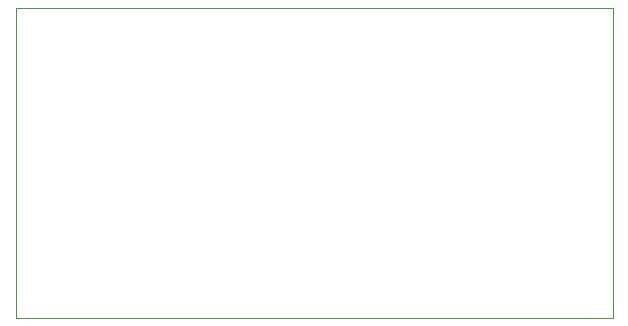
<source format=gbr>
%TF.GenerationSoftware,KiCad,Pcbnew,7.0.10*%
%TF.CreationDate,2024-01-19T02:19:35-05:00*%
%TF.ProjectId,ESP8266_Count2,45535038-3236-4365-9f43-6f756e74322e,v2*%
%TF.SameCoordinates,Original*%
%TF.FileFunction,Profile,NP*%
%FSLAX46Y46*%
G04 Gerber Fmt 4.6, Leading zero omitted, Abs format (unit mm)*
G04 Created by KiCad (PCBNEW 7.0.10) date 2024-01-19 02:19:35*
%MOMM*%
%LPD*%
G01*
G04 APERTURE LIST*
%TA.AperFunction,Profile*%
%ADD10C,0.100000*%
%TD*%
G04 APERTURE END LIST*
D10*
X109950000Y-85000000D02*
X109950000Y-58800000D01*
X160500000Y-58800000D02*
X160500000Y-85000000D01*
X109950000Y-58800000D02*
X160500000Y-58800000D01*
X160500000Y-85000000D02*
X109950000Y-85000000D01*
M02*

</source>
